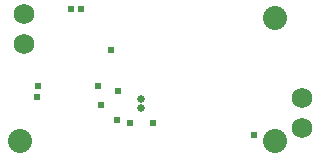
<source format=gbs>
G04*
G04 #@! TF.GenerationSoftware,Altium Limited,Altium Designer,25.4.2 (15)*
G04*
G04 Layer_Color=16711935*
%FSLAX44Y44*%
%MOMM*%
G71*
G04*
G04 #@! TF.SameCoordinates,D5283B10-4766-4311-8C28-4DB947979AFB*
G04*
G04*
G04 #@! TF.FilePolarity,Negative*
G04*
G01*
G75*
%ADD24C,2.0320*%
%ADD32C,1.7272*%
%ADD33C,0.6096*%
%ADD34C,0.6400*%
D24*
X17780Y16510D02*
D03*
X233680D02*
D03*
Y120650D02*
D03*
D32*
X256709Y27541D02*
D03*
Y52941D02*
D03*
X21590Y124460D02*
D03*
Y99060D02*
D03*
D33*
X215900Y21590D02*
D03*
X86674Y47511D02*
D03*
X69850Y128270D02*
D03*
X111259Y31615D02*
D03*
X100140Y34555D02*
D03*
X101418Y59370D02*
D03*
X83982Y63253D02*
D03*
X60960Y128270D02*
D03*
X95250Y93980D02*
D03*
X32519Y54242D02*
D03*
X33020Y63500D02*
D03*
X130308Y31959D02*
D03*
D34*
X120621Y52260D02*
D03*
Y44260D02*
D03*
M02*

</source>
